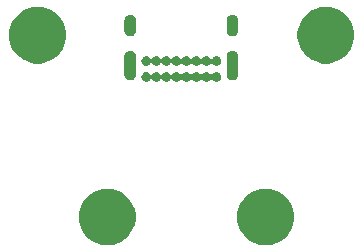
<source format=gbr>
G04 #@! TF.GenerationSoftware,KiCad,Pcbnew,(5.1.4)-1*
G04 #@! TF.CreationDate,2021-01-29T12:05:25-05:00*
G04 #@! TF.ProjectId,TKD_DBTypeC_r1,544b445f-4442-4547-9970-65435f72312e,rev?*
G04 #@! TF.SameCoordinates,Original*
G04 #@! TF.FileFunction,Soldermask,Bot*
G04 #@! TF.FilePolarity,Negative*
%FSLAX46Y46*%
G04 Gerber Fmt 4.6, Leading zero omitted, Abs format (unit mm)*
G04 Created by KiCad (PCBNEW (5.1.4)-1) date 2021-01-29 12:05:25*
%MOMM*%
%LPD*%
G04 APERTURE LIST*
%ADD10C,0.100000*%
G04 APERTURE END LIST*
D10*
G36*
X73568412Y-70845135D02*
G01*
X73800346Y-70891269D01*
X74237300Y-71072262D01*
X74630548Y-71335022D01*
X74964978Y-71669452D01*
X75227738Y-72062700D01*
X75408731Y-72499654D01*
X75501000Y-72963522D01*
X75501000Y-73436478D01*
X75408731Y-73900346D01*
X75227738Y-74337300D01*
X74964978Y-74730548D01*
X74630548Y-75064978D01*
X74237300Y-75327738D01*
X73800346Y-75508731D01*
X73568412Y-75554866D01*
X73336479Y-75601000D01*
X72863521Y-75601000D01*
X72631588Y-75554866D01*
X72399654Y-75508731D01*
X71962700Y-75327738D01*
X71569452Y-75064978D01*
X71235022Y-74730548D01*
X70972262Y-74337300D01*
X70791269Y-73900346D01*
X70699000Y-73436478D01*
X70699000Y-72963522D01*
X70791269Y-72499654D01*
X70972262Y-72062700D01*
X71235022Y-71669452D01*
X71569452Y-71335022D01*
X71962700Y-71072262D01*
X72399654Y-70891269D01*
X72631588Y-70845135D01*
X72863521Y-70799000D01*
X73336479Y-70799000D01*
X73568412Y-70845135D01*
X73568412Y-70845135D01*
G37*
G36*
X60168412Y-70845135D02*
G01*
X60400346Y-70891269D01*
X60837300Y-71072262D01*
X61230548Y-71335022D01*
X61564978Y-71669452D01*
X61827738Y-72062700D01*
X62008731Y-72499654D01*
X62101000Y-72963522D01*
X62101000Y-73436478D01*
X62008731Y-73900346D01*
X61827738Y-74337300D01*
X61564978Y-74730548D01*
X61230548Y-75064978D01*
X60837300Y-75327738D01*
X60400346Y-75508731D01*
X60168412Y-75554866D01*
X59936479Y-75601000D01*
X59463521Y-75601000D01*
X59231588Y-75554866D01*
X58999654Y-75508731D01*
X58562700Y-75327738D01*
X58169452Y-75064978D01*
X57835022Y-74730548D01*
X57572262Y-74337300D01*
X57391269Y-73900346D01*
X57299000Y-73436478D01*
X57299000Y-72963522D01*
X57391269Y-72499654D01*
X57572262Y-72062700D01*
X57835022Y-71669452D01*
X58169452Y-71335022D01*
X58562700Y-71072262D01*
X58999654Y-70891269D01*
X59231588Y-70845135D01*
X59463521Y-70799000D01*
X59936479Y-70799000D01*
X60168412Y-70845135D01*
X60168412Y-70845135D01*
G37*
G36*
X63073711Y-60940138D02*
G01*
X63112447Y-60947843D01*
X63142675Y-60960364D01*
X63185424Y-60978071D01*
X63251102Y-61021956D01*
X63306958Y-61077812D01*
X63316547Y-61092163D01*
X63332093Y-61111105D01*
X63351035Y-61126650D01*
X63372645Y-61138201D01*
X63396094Y-61145314D01*
X63420481Y-61147716D01*
X63444867Y-61145314D01*
X63468316Y-61138201D01*
X63489926Y-61126650D01*
X63508868Y-61111104D01*
X63524413Y-61092163D01*
X63534002Y-61077812D01*
X63589858Y-61021956D01*
X63655536Y-60978071D01*
X63698285Y-60960364D01*
X63728513Y-60947843D01*
X63767249Y-60940138D01*
X63805984Y-60932433D01*
X63884976Y-60932433D01*
X63923711Y-60940138D01*
X63962447Y-60947843D01*
X63992675Y-60960364D01*
X64035424Y-60978071D01*
X64101102Y-61021956D01*
X64156958Y-61077812D01*
X64166547Y-61092163D01*
X64182093Y-61111105D01*
X64201035Y-61126650D01*
X64222645Y-61138201D01*
X64246094Y-61145314D01*
X64270481Y-61147716D01*
X64294867Y-61145314D01*
X64318316Y-61138201D01*
X64339926Y-61126650D01*
X64358868Y-61111104D01*
X64374413Y-61092163D01*
X64384002Y-61077812D01*
X64439858Y-61021956D01*
X64505536Y-60978071D01*
X64548285Y-60960364D01*
X64578513Y-60947843D01*
X64617249Y-60940138D01*
X64655984Y-60932433D01*
X64734976Y-60932433D01*
X64773711Y-60940138D01*
X64812447Y-60947843D01*
X64842675Y-60960364D01*
X64885424Y-60978071D01*
X64951102Y-61021956D01*
X65006958Y-61077812D01*
X65016547Y-61092163D01*
X65032093Y-61111105D01*
X65051035Y-61126650D01*
X65072645Y-61138201D01*
X65096094Y-61145314D01*
X65120481Y-61147716D01*
X65144867Y-61145314D01*
X65168316Y-61138201D01*
X65189926Y-61126650D01*
X65208868Y-61111104D01*
X65224413Y-61092163D01*
X65234002Y-61077812D01*
X65289858Y-61021956D01*
X65355536Y-60978071D01*
X65398285Y-60960364D01*
X65428513Y-60947843D01*
X65467249Y-60940138D01*
X65505984Y-60932433D01*
X65584976Y-60932433D01*
X65623711Y-60940138D01*
X65662447Y-60947843D01*
X65692675Y-60960364D01*
X65735424Y-60978071D01*
X65801102Y-61021956D01*
X65856958Y-61077812D01*
X65866547Y-61092163D01*
X65882093Y-61111105D01*
X65901035Y-61126650D01*
X65922645Y-61138201D01*
X65946094Y-61145314D01*
X65970481Y-61147716D01*
X65994867Y-61145314D01*
X66018316Y-61138201D01*
X66039926Y-61126650D01*
X66058868Y-61111104D01*
X66074413Y-61092163D01*
X66084002Y-61077812D01*
X66139858Y-61021956D01*
X66205536Y-60978071D01*
X66248285Y-60960364D01*
X66278513Y-60947843D01*
X66317249Y-60940138D01*
X66355984Y-60932433D01*
X66434976Y-60932433D01*
X66473711Y-60940138D01*
X66512447Y-60947843D01*
X66542675Y-60960364D01*
X66585424Y-60978071D01*
X66651102Y-61021956D01*
X66706958Y-61077812D01*
X66716547Y-61092163D01*
X66732093Y-61111105D01*
X66751035Y-61126650D01*
X66772645Y-61138201D01*
X66796094Y-61145314D01*
X66820481Y-61147716D01*
X66844867Y-61145314D01*
X66868316Y-61138201D01*
X66889926Y-61126650D01*
X66908868Y-61111104D01*
X66924413Y-61092163D01*
X66934002Y-61077812D01*
X66989858Y-61021956D01*
X67055536Y-60978071D01*
X67098285Y-60960364D01*
X67128513Y-60947843D01*
X67167249Y-60940138D01*
X67205984Y-60932433D01*
X67284976Y-60932433D01*
X67323711Y-60940138D01*
X67362447Y-60947843D01*
X67392675Y-60960364D01*
X67435424Y-60978071D01*
X67501102Y-61021956D01*
X67556958Y-61077812D01*
X67566547Y-61092163D01*
X67582093Y-61111105D01*
X67601035Y-61126650D01*
X67622645Y-61138201D01*
X67646094Y-61145314D01*
X67670481Y-61147716D01*
X67694867Y-61145314D01*
X67718316Y-61138201D01*
X67739926Y-61126650D01*
X67758868Y-61111104D01*
X67774413Y-61092163D01*
X67784002Y-61077812D01*
X67839858Y-61021956D01*
X67905536Y-60978071D01*
X67948285Y-60960364D01*
X67978513Y-60947843D01*
X68017249Y-60940138D01*
X68055984Y-60932433D01*
X68134976Y-60932433D01*
X68173711Y-60940138D01*
X68212447Y-60947843D01*
X68242675Y-60960364D01*
X68285424Y-60978071D01*
X68351102Y-61021956D01*
X68406958Y-61077812D01*
X68416547Y-61092163D01*
X68432093Y-61111105D01*
X68451035Y-61126650D01*
X68472645Y-61138201D01*
X68496094Y-61145314D01*
X68520481Y-61147716D01*
X68544867Y-61145314D01*
X68568316Y-61138201D01*
X68589926Y-61126650D01*
X68608868Y-61111104D01*
X68624413Y-61092163D01*
X68634002Y-61077812D01*
X68689858Y-61021956D01*
X68755536Y-60978071D01*
X68798285Y-60960364D01*
X68828513Y-60947843D01*
X68867249Y-60940138D01*
X68905984Y-60932433D01*
X68984976Y-60932433D01*
X69023711Y-60940138D01*
X69062447Y-60947843D01*
X69092675Y-60960364D01*
X69135424Y-60978071D01*
X69201102Y-61021956D01*
X69256957Y-61077811D01*
X69300842Y-61143489D01*
X69318549Y-61186238D01*
X69331070Y-61216466D01*
X69346480Y-61293938D01*
X69346480Y-61372928D01*
X69331070Y-61450400D01*
X69318549Y-61480628D01*
X69300842Y-61523377D01*
X69256957Y-61589055D01*
X69201102Y-61644910D01*
X69135424Y-61688795D01*
X69092675Y-61706502D01*
X69062447Y-61719023D01*
X69023711Y-61726728D01*
X68984976Y-61734433D01*
X68905984Y-61734433D01*
X68867249Y-61726728D01*
X68828513Y-61719023D01*
X68798285Y-61706502D01*
X68755536Y-61688795D01*
X68689858Y-61644910D01*
X68634002Y-61589054D01*
X68624413Y-61574703D01*
X68608867Y-61555761D01*
X68589925Y-61540216D01*
X68568315Y-61528665D01*
X68544866Y-61521552D01*
X68520479Y-61519150D01*
X68496093Y-61521552D01*
X68472644Y-61528665D01*
X68451034Y-61540216D01*
X68432092Y-61555762D01*
X68416547Y-61574703D01*
X68406958Y-61589054D01*
X68351102Y-61644910D01*
X68285424Y-61688795D01*
X68242675Y-61706502D01*
X68212447Y-61719023D01*
X68173711Y-61726728D01*
X68134976Y-61734433D01*
X68055984Y-61734433D01*
X68017249Y-61726728D01*
X67978513Y-61719023D01*
X67948285Y-61706502D01*
X67905536Y-61688795D01*
X67839858Y-61644910D01*
X67784002Y-61589054D01*
X67774413Y-61574703D01*
X67758867Y-61555761D01*
X67739925Y-61540216D01*
X67718315Y-61528665D01*
X67694866Y-61521552D01*
X67670479Y-61519150D01*
X67646093Y-61521552D01*
X67622644Y-61528665D01*
X67601034Y-61540216D01*
X67582092Y-61555762D01*
X67566547Y-61574703D01*
X67556958Y-61589054D01*
X67501102Y-61644910D01*
X67435424Y-61688795D01*
X67392675Y-61706502D01*
X67362447Y-61719023D01*
X67323711Y-61726728D01*
X67284976Y-61734433D01*
X67205984Y-61734433D01*
X67167249Y-61726728D01*
X67128513Y-61719023D01*
X67098285Y-61706502D01*
X67055536Y-61688795D01*
X66989858Y-61644910D01*
X66934002Y-61589054D01*
X66924413Y-61574703D01*
X66908867Y-61555761D01*
X66889925Y-61540216D01*
X66868315Y-61528665D01*
X66844866Y-61521552D01*
X66820479Y-61519150D01*
X66796093Y-61521552D01*
X66772644Y-61528665D01*
X66751034Y-61540216D01*
X66732092Y-61555762D01*
X66716547Y-61574703D01*
X66706958Y-61589054D01*
X66651102Y-61644910D01*
X66585424Y-61688795D01*
X66542675Y-61706502D01*
X66512447Y-61719023D01*
X66473711Y-61726728D01*
X66434976Y-61734433D01*
X66355984Y-61734433D01*
X66317249Y-61726728D01*
X66278513Y-61719023D01*
X66248285Y-61706502D01*
X66205536Y-61688795D01*
X66139858Y-61644910D01*
X66084002Y-61589054D01*
X66074413Y-61574703D01*
X66058867Y-61555761D01*
X66039925Y-61540216D01*
X66018315Y-61528665D01*
X65994866Y-61521552D01*
X65970479Y-61519150D01*
X65946093Y-61521552D01*
X65922644Y-61528665D01*
X65901034Y-61540216D01*
X65882092Y-61555762D01*
X65866547Y-61574703D01*
X65856958Y-61589054D01*
X65801102Y-61644910D01*
X65735424Y-61688795D01*
X65692675Y-61706502D01*
X65662447Y-61719023D01*
X65623711Y-61726728D01*
X65584976Y-61734433D01*
X65505984Y-61734433D01*
X65467249Y-61726728D01*
X65428513Y-61719023D01*
X65398285Y-61706502D01*
X65355536Y-61688795D01*
X65289858Y-61644910D01*
X65234002Y-61589054D01*
X65224413Y-61574703D01*
X65208867Y-61555761D01*
X65189925Y-61540216D01*
X65168315Y-61528665D01*
X65144866Y-61521552D01*
X65120479Y-61519150D01*
X65096093Y-61521552D01*
X65072644Y-61528665D01*
X65051034Y-61540216D01*
X65032092Y-61555762D01*
X65016547Y-61574703D01*
X65006958Y-61589054D01*
X64951102Y-61644910D01*
X64885424Y-61688795D01*
X64842675Y-61706502D01*
X64812447Y-61719023D01*
X64773711Y-61726728D01*
X64734976Y-61734433D01*
X64655984Y-61734433D01*
X64617249Y-61726728D01*
X64578513Y-61719023D01*
X64548285Y-61706502D01*
X64505536Y-61688795D01*
X64439858Y-61644910D01*
X64384002Y-61589054D01*
X64374413Y-61574703D01*
X64358867Y-61555761D01*
X64339925Y-61540216D01*
X64318315Y-61528665D01*
X64294866Y-61521552D01*
X64270479Y-61519150D01*
X64246093Y-61521552D01*
X64222644Y-61528665D01*
X64201034Y-61540216D01*
X64182092Y-61555762D01*
X64166547Y-61574703D01*
X64156958Y-61589054D01*
X64101102Y-61644910D01*
X64035424Y-61688795D01*
X63992675Y-61706502D01*
X63962447Y-61719023D01*
X63923711Y-61726728D01*
X63884976Y-61734433D01*
X63805984Y-61734433D01*
X63767249Y-61726728D01*
X63728513Y-61719023D01*
X63698285Y-61706502D01*
X63655536Y-61688795D01*
X63589858Y-61644910D01*
X63534002Y-61589054D01*
X63524413Y-61574703D01*
X63508867Y-61555761D01*
X63489925Y-61540216D01*
X63468315Y-61528665D01*
X63444866Y-61521552D01*
X63420479Y-61519150D01*
X63396093Y-61521552D01*
X63372644Y-61528665D01*
X63351034Y-61540216D01*
X63332092Y-61555762D01*
X63316547Y-61574703D01*
X63306958Y-61589054D01*
X63251102Y-61644910D01*
X63185424Y-61688795D01*
X63142675Y-61706502D01*
X63112447Y-61719023D01*
X63073711Y-61726728D01*
X63034976Y-61734433D01*
X62955984Y-61734433D01*
X62917249Y-61726728D01*
X62878513Y-61719023D01*
X62848285Y-61706502D01*
X62805536Y-61688795D01*
X62739858Y-61644910D01*
X62684003Y-61589055D01*
X62640118Y-61523377D01*
X62622411Y-61480628D01*
X62609890Y-61450400D01*
X62594480Y-61372928D01*
X62594480Y-61293938D01*
X62609890Y-61216466D01*
X62622411Y-61186238D01*
X62640118Y-61143489D01*
X62684003Y-61077811D01*
X62739858Y-61021956D01*
X62805536Y-60978071D01*
X62848285Y-60960364D01*
X62878513Y-60947843D01*
X62917249Y-60940138D01*
X62955984Y-60932433D01*
X63034976Y-60932433D01*
X63073711Y-60940138D01*
X63073711Y-60940138D01*
G37*
G36*
X61743693Y-59109682D02*
G01*
X61838132Y-59138330D01*
X61925167Y-59184851D01*
X62001455Y-59247458D01*
X62064062Y-59323746D01*
X62110583Y-59410781D01*
X62139231Y-59505220D01*
X62146480Y-59578821D01*
X62146480Y-61128045D01*
X62139231Y-61201646D01*
X62110583Y-61296085D01*
X62064062Y-61383120D01*
X62001455Y-61459408D01*
X61925167Y-61522015D01*
X61838131Y-61568536D01*
X61743692Y-61597184D01*
X61645480Y-61606857D01*
X61547267Y-61597184D01*
X61452828Y-61568536D01*
X61365793Y-61522015D01*
X61289505Y-61459408D01*
X61226898Y-61383120D01*
X61180377Y-61296084D01*
X61151729Y-61201645D01*
X61144480Y-61128044D01*
X61144481Y-59578821D01*
X61151730Y-59505220D01*
X61180378Y-59410781D01*
X61226899Y-59323746D01*
X61289506Y-59247458D01*
X61365794Y-59184851D01*
X61452829Y-59138330D01*
X61547268Y-59109682D01*
X61645480Y-59100009D01*
X61743693Y-59109682D01*
X61743693Y-59109682D01*
G37*
G36*
X70393693Y-59109682D02*
G01*
X70488132Y-59138330D01*
X70575167Y-59184851D01*
X70651455Y-59247458D01*
X70714062Y-59323746D01*
X70760583Y-59410781D01*
X70789231Y-59505220D01*
X70796480Y-59578821D01*
X70796480Y-61128045D01*
X70789231Y-61201646D01*
X70760583Y-61296085D01*
X70714062Y-61383120D01*
X70651455Y-61459408D01*
X70575167Y-61522015D01*
X70488131Y-61568536D01*
X70393692Y-61597184D01*
X70295480Y-61606857D01*
X70197267Y-61597184D01*
X70102828Y-61568536D01*
X70015793Y-61522015D01*
X69939505Y-61459408D01*
X69876898Y-61383120D01*
X69830377Y-61296084D01*
X69801729Y-61201645D01*
X69794480Y-61128044D01*
X69794481Y-59578821D01*
X69801730Y-59505220D01*
X69830378Y-59410781D01*
X69876899Y-59323746D01*
X69939506Y-59247458D01*
X70015794Y-59184851D01*
X70102829Y-59138330D01*
X70197268Y-59109682D01*
X70295480Y-59100009D01*
X70393693Y-59109682D01*
X70393693Y-59109682D01*
G37*
G36*
X63073711Y-59590138D02*
G01*
X63112447Y-59597843D01*
X63142675Y-59610364D01*
X63185424Y-59628071D01*
X63251102Y-59671956D01*
X63306958Y-59727812D01*
X63316547Y-59742163D01*
X63332093Y-59761105D01*
X63351035Y-59776650D01*
X63372645Y-59788201D01*
X63396094Y-59795314D01*
X63420481Y-59797716D01*
X63444867Y-59795314D01*
X63468316Y-59788201D01*
X63489926Y-59776650D01*
X63508868Y-59761104D01*
X63524413Y-59742163D01*
X63534002Y-59727812D01*
X63589858Y-59671956D01*
X63655536Y-59628071D01*
X63698285Y-59610364D01*
X63728513Y-59597843D01*
X63767249Y-59590138D01*
X63805984Y-59582433D01*
X63884976Y-59582433D01*
X63923711Y-59590138D01*
X63962447Y-59597843D01*
X63992675Y-59610364D01*
X64035424Y-59628071D01*
X64101102Y-59671956D01*
X64156958Y-59727812D01*
X64166547Y-59742163D01*
X64182093Y-59761105D01*
X64201035Y-59776650D01*
X64222645Y-59788201D01*
X64246094Y-59795314D01*
X64270481Y-59797716D01*
X64294867Y-59795314D01*
X64318316Y-59788201D01*
X64339926Y-59776650D01*
X64358868Y-59761104D01*
X64374413Y-59742163D01*
X64384002Y-59727812D01*
X64439858Y-59671956D01*
X64505536Y-59628071D01*
X64548285Y-59610364D01*
X64578513Y-59597843D01*
X64617249Y-59590138D01*
X64655984Y-59582433D01*
X64734976Y-59582433D01*
X64773711Y-59590138D01*
X64812447Y-59597843D01*
X64842675Y-59610364D01*
X64885424Y-59628071D01*
X64951102Y-59671956D01*
X65006958Y-59727812D01*
X65016547Y-59742163D01*
X65032093Y-59761105D01*
X65051035Y-59776650D01*
X65072645Y-59788201D01*
X65096094Y-59795314D01*
X65120481Y-59797716D01*
X65144867Y-59795314D01*
X65168316Y-59788201D01*
X65189926Y-59776650D01*
X65208868Y-59761104D01*
X65224413Y-59742163D01*
X65234002Y-59727812D01*
X65289858Y-59671956D01*
X65355536Y-59628071D01*
X65398285Y-59610364D01*
X65428513Y-59597843D01*
X65467249Y-59590138D01*
X65505984Y-59582433D01*
X65584976Y-59582433D01*
X65623711Y-59590138D01*
X65662447Y-59597843D01*
X65692675Y-59610364D01*
X65735424Y-59628071D01*
X65801102Y-59671956D01*
X65856958Y-59727812D01*
X65866547Y-59742163D01*
X65882093Y-59761105D01*
X65901035Y-59776650D01*
X65922645Y-59788201D01*
X65946094Y-59795314D01*
X65970481Y-59797716D01*
X65994867Y-59795314D01*
X66018316Y-59788201D01*
X66039926Y-59776650D01*
X66058868Y-59761104D01*
X66074413Y-59742163D01*
X66084002Y-59727812D01*
X66139858Y-59671956D01*
X66205536Y-59628071D01*
X66248285Y-59610364D01*
X66278513Y-59597843D01*
X66317249Y-59590138D01*
X66355984Y-59582433D01*
X66434976Y-59582433D01*
X66473711Y-59590138D01*
X66512447Y-59597843D01*
X66542675Y-59610364D01*
X66585424Y-59628071D01*
X66651102Y-59671956D01*
X66706958Y-59727812D01*
X66716547Y-59742163D01*
X66732093Y-59761105D01*
X66751035Y-59776650D01*
X66772645Y-59788201D01*
X66796094Y-59795314D01*
X66820481Y-59797716D01*
X66844867Y-59795314D01*
X66868316Y-59788201D01*
X66889926Y-59776650D01*
X66908868Y-59761104D01*
X66924413Y-59742163D01*
X66934002Y-59727812D01*
X66989858Y-59671956D01*
X67055536Y-59628071D01*
X67098285Y-59610364D01*
X67128513Y-59597843D01*
X67167249Y-59590138D01*
X67205984Y-59582433D01*
X67284976Y-59582433D01*
X67323711Y-59590138D01*
X67362447Y-59597843D01*
X67392675Y-59610364D01*
X67435424Y-59628071D01*
X67501102Y-59671956D01*
X67556958Y-59727812D01*
X67566547Y-59742163D01*
X67582093Y-59761105D01*
X67601035Y-59776650D01*
X67622645Y-59788201D01*
X67646094Y-59795314D01*
X67670481Y-59797716D01*
X67694867Y-59795314D01*
X67718316Y-59788201D01*
X67739926Y-59776650D01*
X67758868Y-59761104D01*
X67774413Y-59742163D01*
X67784002Y-59727812D01*
X67839858Y-59671956D01*
X67905536Y-59628071D01*
X67948285Y-59610364D01*
X67978513Y-59597843D01*
X68017249Y-59590138D01*
X68055984Y-59582433D01*
X68134976Y-59582433D01*
X68173711Y-59590138D01*
X68212447Y-59597843D01*
X68242675Y-59610364D01*
X68285424Y-59628071D01*
X68351102Y-59671956D01*
X68406958Y-59727812D01*
X68416547Y-59742163D01*
X68432093Y-59761105D01*
X68451035Y-59776650D01*
X68472645Y-59788201D01*
X68496094Y-59795314D01*
X68520481Y-59797716D01*
X68544867Y-59795314D01*
X68568316Y-59788201D01*
X68589926Y-59776650D01*
X68608868Y-59761104D01*
X68624413Y-59742163D01*
X68634002Y-59727812D01*
X68689858Y-59671956D01*
X68755536Y-59628071D01*
X68798285Y-59610364D01*
X68828513Y-59597843D01*
X68867249Y-59590138D01*
X68905984Y-59582433D01*
X68984976Y-59582433D01*
X69023711Y-59590138D01*
X69062447Y-59597843D01*
X69092675Y-59610364D01*
X69135424Y-59628071D01*
X69201102Y-59671956D01*
X69256957Y-59727811D01*
X69300842Y-59793489D01*
X69331070Y-59866467D01*
X69346480Y-59943937D01*
X69346480Y-60022929D01*
X69331070Y-60100399D01*
X69300842Y-60173377D01*
X69256957Y-60239055D01*
X69201102Y-60294910D01*
X69135424Y-60338795D01*
X69092675Y-60356502D01*
X69062447Y-60369023D01*
X69023711Y-60376728D01*
X68984976Y-60384433D01*
X68905984Y-60384433D01*
X68867249Y-60376728D01*
X68828513Y-60369023D01*
X68798285Y-60356502D01*
X68755536Y-60338795D01*
X68689858Y-60294910D01*
X68634002Y-60239054D01*
X68624413Y-60224703D01*
X68608867Y-60205761D01*
X68589925Y-60190216D01*
X68568315Y-60178665D01*
X68544866Y-60171552D01*
X68520479Y-60169150D01*
X68496093Y-60171552D01*
X68472644Y-60178665D01*
X68451034Y-60190216D01*
X68432092Y-60205762D01*
X68416547Y-60224703D01*
X68406958Y-60239054D01*
X68351102Y-60294910D01*
X68285424Y-60338795D01*
X68242675Y-60356502D01*
X68212447Y-60369023D01*
X68173711Y-60376728D01*
X68134976Y-60384433D01*
X68055984Y-60384433D01*
X68017249Y-60376728D01*
X67978513Y-60369023D01*
X67948285Y-60356502D01*
X67905536Y-60338795D01*
X67839858Y-60294910D01*
X67784002Y-60239054D01*
X67774413Y-60224703D01*
X67758867Y-60205761D01*
X67739925Y-60190216D01*
X67718315Y-60178665D01*
X67694866Y-60171552D01*
X67670479Y-60169150D01*
X67646093Y-60171552D01*
X67622644Y-60178665D01*
X67601034Y-60190216D01*
X67582092Y-60205762D01*
X67566547Y-60224703D01*
X67556958Y-60239054D01*
X67501102Y-60294910D01*
X67435424Y-60338795D01*
X67392675Y-60356502D01*
X67362447Y-60369023D01*
X67323711Y-60376728D01*
X67284976Y-60384433D01*
X67205984Y-60384433D01*
X67167249Y-60376728D01*
X67128513Y-60369023D01*
X67098285Y-60356502D01*
X67055536Y-60338795D01*
X66989858Y-60294910D01*
X66934002Y-60239054D01*
X66924413Y-60224703D01*
X66908867Y-60205761D01*
X66889925Y-60190216D01*
X66868315Y-60178665D01*
X66844866Y-60171552D01*
X66820479Y-60169150D01*
X66796093Y-60171552D01*
X66772644Y-60178665D01*
X66751034Y-60190216D01*
X66732092Y-60205762D01*
X66716547Y-60224703D01*
X66706958Y-60239054D01*
X66651102Y-60294910D01*
X66585424Y-60338795D01*
X66542675Y-60356502D01*
X66512447Y-60369023D01*
X66473711Y-60376728D01*
X66434976Y-60384433D01*
X66355984Y-60384433D01*
X66317249Y-60376728D01*
X66278513Y-60369023D01*
X66248285Y-60356502D01*
X66205536Y-60338795D01*
X66139858Y-60294910D01*
X66084002Y-60239054D01*
X66074413Y-60224703D01*
X66058867Y-60205761D01*
X66039925Y-60190216D01*
X66018315Y-60178665D01*
X65994866Y-60171552D01*
X65970479Y-60169150D01*
X65946093Y-60171552D01*
X65922644Y-60178665D01*
X65901034Y-60190216D01*
X65882092Y-60205762D01*
X65866547Y-60224703D01*
X65856958Y-60239054D01*
X65801102Y-60294910D01*
X65735424Y-60338795D01*
X65692675Y-60356502D01*
X65662447Y-60369023D01*
X65623711Y-60376728D01*
X65584976Y-60384433D01*
X65505984Y-60384433D01*
X65467249Y-60376728D01*
X65428513Y-60369023D01*
X65398285Y-60356502D01*
X65355536Y-60338795D01*
X65289858Y-60294910D01*
X65234002Y-60239054D01*
X65224413Y-60224703D01*
X65208867Y-60205761D01*
X65189925Y-60190216D01*
X65168315Y-60178665D01*
X65144866Y-60171552D01*
X65120479Y-60169150D01*
X65096093Y-60171552D01*
X65072644Y-60178665D01*
X65051034Y-60190216D01*
X65032092Y-60205762D01*
X65016547Y-60224703D01*
X65006958Y-60239054D01*
X64951102Y-60294910D01*
X64885424Y-60338795D01*
X64842675Y-60356502D01*
X64812447Y-60369023D01*
X64773711Y-60376728D01*
X64734976Y-60384433D01*
X64655984Y-60384433D01*
X64617249Y-60376728D01*
X64578513Y-60369023D01*
X64548285Y-60356502D01*
X64505536Y-60338795D01*
X64439858Y-60294910D01*
X64384002Y-60239054D01*
X64374413Y-60224703D01*
X64358867Y-60205761D01*
X64339925Y-60190216D01*
X64318315Y-60178665D01*
X64294866Y-60171552D01*
X64270479Y-60169150D01*
X64246093Y-60171552D01*
X64222644Y-60178665D01*
X64201034Y-60190216D01*
X64182092Y-60205762D01*
X64166547Y-60224703D01*
X64156958Y-60239054D01*
X64101102Y-60294910D01*
X64035424Y-60338795D01*
X63992675Y-60356502D01*
X63962447Y-60369023D01*
X63923711Y-60376728D01*
X63884976Y-60384433D01*
X63805984Y-60384433D01*
X63767249Y-60376728D01*
X63728513Y-60369023D01*
X63698285Y-60356502D01*
X63655536Y-60338795D01*
X63589858Y-60294910D01*
X63534002Y-60239054D01*
X63524413Y-60224703D01*
X63508867Y-60205761D01*
X63489925Y-60190216D01*
X63468315Y-60178665D01*
X63444866Y-60171552D01*
X63420479Y-60169150D01*
X63396093Y-60171552D01*
X63372644Y-60178665D01*
X63351034Y-60190216D01*
X63332092Y-60205762D01*
X63316547Y-60224703D01*
X63306958Y-60239054D01*
X63251102Y-60294910D01*
X63185424Y-60338795D01*
X63142675Y-60356502D01*
X63112447Y-60369023D01*
X63073711Y-60376728D01*
X63034976Y-60384433D01*
X62955984Y-60384433D01*
X62917249Y-60376728D01*
X62878513Y-60369023D01*
X62848285Y-60356502D01*
X62805536Y-60338795D01*
X62739858Y-60294910D01*
X62684003Y-60239055D01*
X62640118Y-60173377D01*
X62609890Y-60100399D01*
X62594480Y-60022929D01*
X62594480Y-59943937D01*
X62609890Y-59866467D01*
X62640118Y-59793489D01*
X62684003Y-59727811D01*
X62739858Y-59671956D01*
X62805536Y-59628071D01*
X62848285Y-59610364D01*
X62878513Y-59597843D01*
X62917249Y-59590138D01*
X62955984Y-59582433D01*
X63034976Y-59582433D01*
X63073711Y-59590138D01*
X63073711Y-59590138D01*
G37*
G36*
X78668412Y-55445134D02*
G01*
X78900346Y-55491269D01*
X79337300Y-55672262D01*
X79730548Y-55935022D01*
X80064978Y-56269452D01*
X80327738Y-56662700D01*
X80508731Y-57099654D01*
X80601000Y-57563522D01*
X80601000Y-58036478D01*
X80508731Y-58500346D01*
X80327738Y-58937300D01*
X80064978Y-59330548D01*
X79730548Y-59664978D01*
X79337300Y-59927738D01*
X79337299Y-59927739D01*
X79337298Y-59927739D01*
X79298190Y-59943938D01*
X78900346Y-60108731D01*
X78668412Y-60154865D01*
X78436479Y-60201000D01*
X77963521Y-60201000D01*
X77731588Y-60154865D01*
X77499654Y-60108731D01*
X77101810Y-59943938D01*
X77062702Y-59927739D01*
X77062701Y-59927739D01*
X77062700Y-59927738D01*
X76669452Y-59664978D01*
X76335022Y-59330548D01*
X76072262Y-58937300D01*
X75891269Y-58500346D01*
X75799000Y-58036478D01*
X75799000Y-57563522D01*
X75891269Y-57099654D01*
X76072262Y-56662700D01*
X76335022Y-56269452D01*
X76669452Y-55935022D01*
X77062700Y-55672262D01*
X77499654Y-55491269D01*
X77731588Y-55445134D01*
X77963521Y-55399000D01*
X78436479Y-55399000D01*
X78668412Y-55445134D01*
X78668412Y-55445134D01*
G37*
G36*
X54268412Y-55445134D02*
G01*
X54500346Y-55491269D01*
X54937300Y-55672262D01*
X55330548Y-55935022D01*
X55664978Y-56269452D01*
X55927738Y-56662700D01*
X56108731Y-57099654D01*
X56201000Y-57563522D01*
X56201000Y-58036478D01*
X56108731Y-58500346D01*
X55927738Y-58937300D01*
X55664978Y-59330548D01*
X55330548Y-59664978D01*
X54937300Y-59927738D01*
X54937299Y-59927739D01*
X54937298Y-59927739D01*
X54898190Y-59943938D01*
X54500346Y-60108731D01*
X54268412Y-60154865D01*
X54036479Y-60201000D01*
X53563521Y-60201000D01*
X53331588Y-60154865D01*
X53099654Y-60108731D01*
X52701810Y-59943938D01*
X52662702Y-59927739D01*
X52662701Y-59927739D01*
X52662700Y-59927738D01*
X52269452Y-59664978D01*
X51935022Y-59330548D01*
X51672262Y-58937300D01*
X51491269Y-58500346D01*
X51399000Y-58036478D01*
X51399000Y-57563522D01*
X51491269Y-57099654D01*
X51672262Y-56662700D01*
X51935022Y-56269452D01*
X52269452Y-55935022D01*
X52662700Y-55672262D01*
X53099654Y-55491269D01*
X53331588Y-55445134D01*
X53563521Y-55399000D01*
X54036479Y-55399000D01*
X54268412Y-55445134D01*
X54268412Y-55445134D01*
G37*
G36*
X70393693Y-56079682D02*
G01*
X70488132Y-56108330D01*
X70575167Y-56154851D01*
X70651455Y-56217458D01*
X70714062Y-56293746D01*
X70760583Y-56380781D01*
X70789231Y-56475220D01*
X70796480Y-56548821D01*
X70796480Y-57398045D01*
X70789231Y-57471646D01*
X70760583Y-57566085D01*
X70714062Y-57653120D01*
X70651455Y-57729408D01*
X70575167Y-57792015D01*
X70488131Y-57838536D01*
X70393692Y-57867184D01*
X70295480Y-57876857D01*
X70197267Y-57867184D01*
X70102828Y-57838536D01*
X70015793Y-57792015D01*
X69939505Y-57729408D01*
X69876898Y-57653120D01*
X69830377Y-57566084D01*
X69801729Y-57471645D01*
X69794480Y-57398044D01*
X69794480Y-56548831D01*
X69801730Y-56475219D01*
X69812326Y-56440289D01*
X69830378Y-56380781D01*
X69876899Y-56293746D01*
X69939506Y-56217458D01*
X70015794Y-56154851D01*
X70102829Y-56108330D01*
X70197268Y-56079682D01*
X70295480Y-56070009D01*
X70393693Y-56079682D01*
X70393693Y-56079682D01*
G37*
G36*
X61743693Y-56079682D02*
G01*
X61838132Y-56108330D01*
X61925167Y-56154851D01*
X62001455Y-56217458D01*
X62064062Y-56293746D01*
X62110583Y-56380781D01*
X62139231Y-56475220D01*
X62146480Y-56548821D01*
X62146480Y-57398045D01*
X62139231Y-57471646D01*
X62110583Y-57566085D01*
X62064062Y-57653120D01*
X62001455Y-57729408D01*
X61925167Y-57792015D01*
X61838131Y-57838536D01*
X61743692Y-57867184D01*
X61645480Y-57876857D01*
X61547267Y-57867184D01*
X61452828Y-57838536D01*
X61365793Y-57792015D01*
X61289505Y-57729408D01*
X61226898Y-57653120D01*
X61180377Y-57566084D01*
X61151729Y-57471645D01*
X61144480Y-57398044D01*
X61144480Y-56548831D01*
X61151730Y-56475219D01*
X61162326Y-56440289D01*
X61180378Y-56380781D01*
X61226899Y-56293746D01*
X61289506Y-56217458D01*
X61365794Y-56154851D01*
X61452829Y-56108330D01*
X61547268Y-56079682D01*
X61645480Y-56070009D01*
X61743693Y-56079682D01*
X61743693Y-56079682D01*
G37*
M02*

</source>
